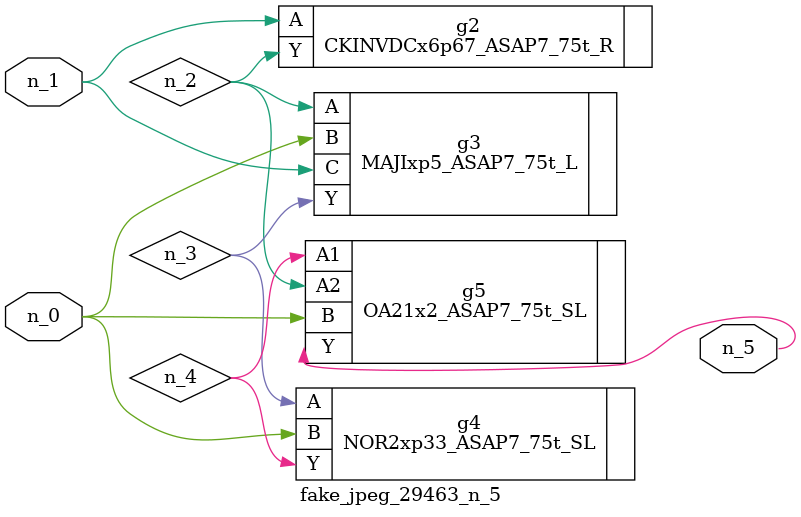
<source format=v>
module fake_jpeg_29463_n_5 (n_0, n_1, n_5);

input n_0;
input n_1;

output n_5;

wire n_2;
wire n_3;
wire n_4;

CKINVDCx6p67_ASAP7_75t_R g2 ( 
.A(n_1),
.Y(n_2)
);

MAJIxp5_ASAP7_75t_L g3 ( 
.A(n_2),
.B(n_0),
.C(n_1),
.Y(n_3)
);

NOR2xp33_ASAP7_75t_SL g4 ( 
.A(n_3),
.B(n_0),
.Y(n_4)
);

OA21x2_ASAP7_75t_SL g5 ( 
.A1(n_4),
.A2(n_2),
.B(n_0),
.Y(n_5)
);


endmodule
</source>
